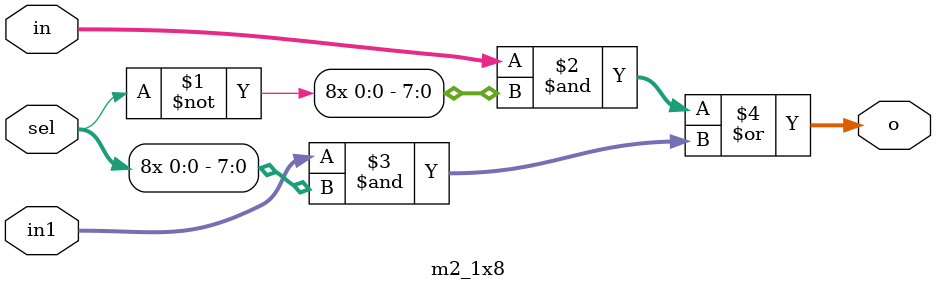
<source format=v>
`timescale 1ns / 1ps


module m2_1x8(
input [7:0] in,
input [7:0] in1,
input sel,
output [7:0] o
 );
assign o = (in & {8{~sel}}) | (in1 & {8{sel}});
endmodule

</source>
